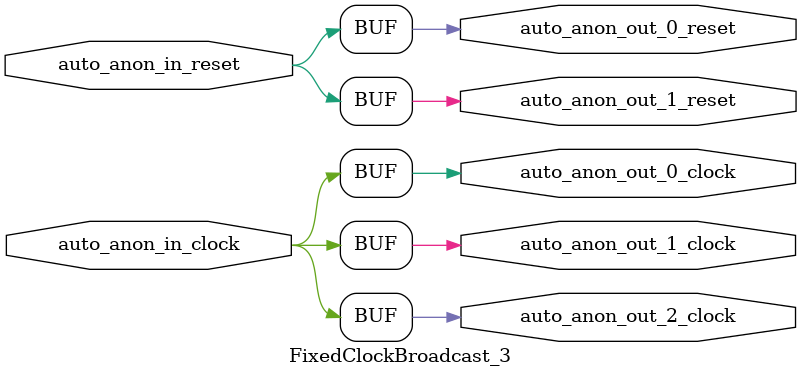
<source format=sv>
module FixedClockBroadcast_3(	// @[generators/rocket-chip/src/main/scala/prci/ClockGroup.scala:104:9]
  input  auto_anon_in_clock,	// @[generators/diplomacy/diplomacy/src/diplomacy/lazymodule/LazyModuleImp.scala:106:25]
  input  auto_anon_in_reset,	// @[generators/diplomacy/diplomacy/src/diplomacy/lazymodule/LazyModuleImp.scala:106:25]
  output auto_anon_out_2_clock,	// @[generators/diplomacy/diplomacy/src/diplomacy/lazymodule/LazyModuleImp.scala:106:25]
  output auto_anon_out_1_clock,	// @[generators/diplomacy/diplomacy/src/diplomacy/lazymodule/LazyModuleImp.scala:106:25]
  output auto_anon_out_1_reset,	// @[generators/diplomacy/diplomacy/src/diplomacy/lazymodule/LazyModuleImp.scala:106:25]
  output auto_anon_out_0_clock,	// @[generators/diplomacy/diplomacy/src/diplomacy/lazymodule/LazyModuleImp.scala:106:25]
  output auto_anon_out_0_reset	// @[generators/diplomacy/diplomacy/src/diplomacy/lazymodule/LazyModuleImp.scala:106:25]
);

  assign auto_anon_out_2_clock = auto_anon_in_clock;	// @[generators/rocket-chip/src/main/scala/prci/ClockGroup.scala:104:9]
  assign auto_anon_out_1_clock = auto_anon_in_clock;	// @[generators/rocket-chip/src/main/scala/prci/ClockGroup.scala:104:9]
  assign auto_anon_out_1_reset = auto_anon_in_reset;	// @[generators/rocket-chip/src/main/scala/prci/ClockGroup.scala:104:9]
  assign auto_anon_out_0_clock = auto_anon_in_clock;	// @[generators/rocket-chip/src/main/scala/prci/ClockGroup.scala:104:9]
  assign auto_anon_out_0_reset = auto_anon_in_reset;	// @[generators/rocket-chip/src/main/scala/prci/ClockGroup.scala:104:9]
endmodule


</source>
